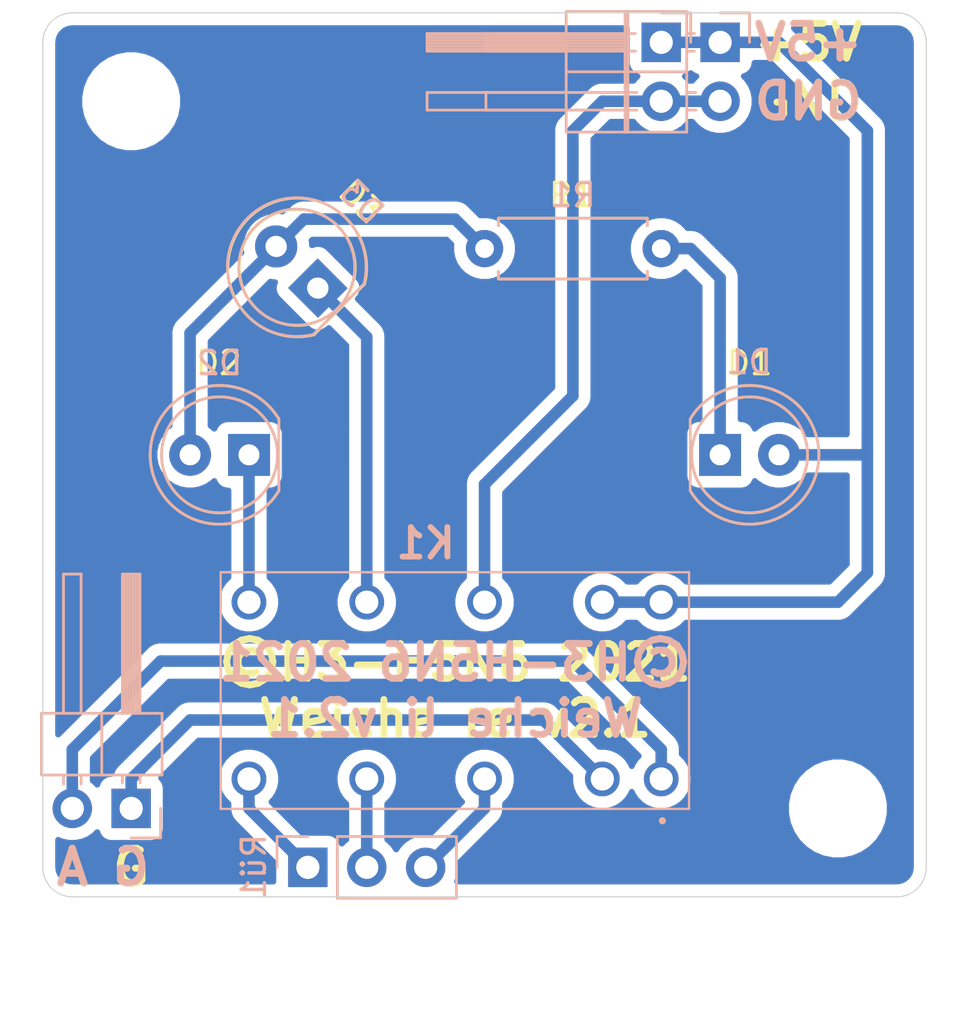
<source format=kicad_pcb>
(kicad_pcb (version 20211014) (generator pcbnew)
  (layers (0 "F.Cu" signal) (31 "B.Cu" signal) (34 "B.Paste" user) (35 "F.Paste" user) (36 "B.SilkS" user "B.Silkscreen") (37 "F.SilkS" user "F.Silkscreen") (38 "B.Mask" user) (39 "F.Mask" user) (44 "Edge.Cuts" user))
  (net 0 "")
  (net 1 "Net-(D1-Pad1)")
  (net 2 "Net-(D2-Pad1)")
  (net 3 "Net-(D3-Pad1)")
  (net 4 "Net-(J1-Pad2)")
  (net 5 "Net-(J1-Pad1)")
  (net 6 "+5V")
  (net 7 "GND")
  (net 8 "Net-(D2-Pad2)")
  (net 9 "Net-(K1-Pad4)")
  (net 10 "Net-(K1-Pad6)")
  (net 11 "Net-(K1-Pad8)")
  (footprint "LEDs:LED_D5.0mm" (layer "F.Cu") (at 146.05 107.95)
    (fp_text reference "D1" (at 1.27 -3.96) (layer "F.SilkS"))
    (fp_text value "LED")
    (fp_line (start -1.29 -1.545) (end -1.29 1.545) (layer "F.SilkS") (width 0.12))
    (fp_arc (start 4.26 -0.000462) (mid 2.072002 2.880433) (end -1.29 1.54483) (layer "F.SilkS") (width 0.12))
    (fp_arc (start -1.29 -1.54483) (mid 2.072002 -2.880433) (end 4.26 0.000462) (layer "F.SilkS") (width 0.12))
    (fp_circle (center 1.27 0) (end 3.77 0) (layer "F.SilkS") (width 0.12) (fill none))
    (pad "1" thru_hole rect locked (at 0 0) (size 1.8 1.8) (drill 0.9) (layers *.Cu *.Mask) (net 1 "Net-(D1-Pad1)"))
    (pad "2" thru_hole circle locked (at 2.54 0) (size 1.8 1.8) (drill 0.9) (layers *.Cu *.Mask) (net 6 "+5V"))
  )
  (footprint "LEDs:LED_D5.0mm" (layer "F.Cu") (at 128.71 100.77 135)
    (fp_text reference "D3" (at 1.335611 3.946365 135) (layer "F.SilkS"))
    (fp_text value "LED")
    (fp_line (start -1.29 -1.545) (end -1.29 1.545) (layer "F.SilkS") (width 0.12))
    (fp_arc (start 4.26 -0.000462) (mid 2.072001 2.880433) (end -1.29 1.54483) (layer "F.SilkS") (width 0.12))
    (fp_arc (start -1.29 -1.54483) (mid 2.072002 -2.880433) (end 4.26 0.000462) (layer "F.SilkS") (width 0.12))
    (fp_circle (center 1.27 0) (end 3.77 0) (layer "F.SilkS") (width 0.12) (fill none))
    (pad "1" thru_hole rect locked (at 0 0 135) (size 1.8 1.8) (drill 0.9) (layers *.Cu *.Mask) (net 3 "Net-(D3-Pad1)"))
    (pad "2" thru_hole circle locked (at 2.54 0 135) (size 1.8 1.8) (drill 0.9) (layers *.Cu *.Mask) (net 8 "Net-(D2-Pad2)"))
  )
  (footprint "Resistors_THT:R_Axial_DIN0207_L6.3mm_D2.5mm_P7.62mm_Horizontal" (layer "F.Cu") (at 143.51 99.06 180)
    (fp_text reference "R1" (at 3.85701 2.310831) (layer "F.SilkS"))
    (fp_text value "100")
    (fp_line (start 0.6 -0.98) (end 0.6 -1.31) (layer "F.SilkS") (width 0.12))
    (fp_line (start 7.02 -1.31) (end 7.02 -0.98) (layer "F.SilkS") (width 0.12))
    (fp_line (start 0.6 -1.31) (end 7.02 -1.31) (layer "F.SilkS") (width 0.12))
    (fp_line (start 0.6 1.31) (end 7.02 1.31) (layer "F.SilkS") (width 0.12))
    (fp_line (start 0.6 0.98) (end 0.6 1.31) (layer "F.SilkS") (width 0.12))
    (fp_line (start 7.02 1.31) (end 7.02 0.98) (layer "F.SilkS") (width 0.12))
    (pad "1" thru_hole circle locked (at 0 0 180) (size 1.6 1.6) (drill 0.8) (layers *.Cu *.Mask) (net 1 "Net-(D1-Pad1)"))
    (pad "2" thru_hole oval locked (at 7.62 0 180) (size 1.6 1.6) (drill 0.8) (layers *.Cu *.Mask) (net 8 "Net-(D2-Pad2)"))
  )
  (footprint "Mounting_Holes:MountingHole_3.2mm_M3" (layer "F.Cu") (at 151.13 123.19)
    (fp_text reference "H1" hide)
    (fp_text value "MountingHole")
    (pad "" np_thru_hole circle locked (at 0 0) (size 3.2 3.2) (drill 3.2) (layers *.Cu *.Mask) (thermal_gap 2))
  )
  (footprint "Mounting_Holes:MountingHole_3.2mm_M3" (layer "F.Cu") (at 120.65 92.71)
    (fp_text reference "H1" hide)
    (fp_text value "MountingHole")
    (pad "" np_thru_hole circle locked (at 0 0) (size 3.2 3.2) (drill 3.2) (layers *.Cu *.Mask) (thermal_gap 2))
  )
  (footprint "LEDs:LED_D5.0mm" (layer "F.Cu") (at 125.73 107.95 180)
    (fp_text reference "D2" (at 1.305257 3.96278) (layer "F.SilkS"))
    (fp_text value "LED")
    (fp_line (start -1.29 -1.545) (end -1.29 1.545) (layer "F.SilkS") (width 0.12))
    (fp_arc (start 4.26 -0.000462) (mid 2.072002 2.880433) (end -1.29 1.54483) (layer "F.SilkS") (width 0.12))
    (fp_arc (start -1.29 -1.54483) (mid 2.072002 -2.880433) (end 4.26 0.000462) (layer "F.SilkS") (width 0.12))
    (fp_circle (center 1.27 0) (end 3.77 0) (layer "F.SilkS") (width 0.12) (fill none))
    (pad "1" thru_hole rect locked (at 0 0 180) (size 1.8 1.8) (drill 0.9) (layers *.Cu *.Mask) (net 2 "Net-(D2-Pad1)"))
    (pad "2" thru_hole circle locked (at 2.54 0 180) (size 1.8 1.8) (drill 0.9) (layers *.Cu *.Mask) (net 8 "Net-(D2-Pad2)"))
  )
  (footprint "LEDs:LED_D5.0mm" (layer "B.Cu") (at 125.73 107.95 180)
    (fp_text reference "D2" (at 1.27 3.96) (layer "B.SilkS") (effects (justify mirror)))
    (fp_text value "LED")
    (fp_line (start -1.29 1.545) (end -1.29 -1.545) (layer "B.SilkS") (width 0.12))
    (fp_arc (start -1.29 -1.54483) (mid 2.072002 -2.880433) (end 4.26 0.000462) (layer "B.SilkS") (width 0.12))
    (fp_arc (start 4.26 -0.000462) (mid 2.072002 2.880433) (end -1.29 1.54483) (layer "B.SilkS") (width 0.12))
    (fp_circle (center 1.27 0) (end 3.77 0) (layer "B.SilkS") (width 0.12) (fill none))
    (pad "1" thru_hole rect locked (at 0 0 180) (size 1.8 1.8) (drill 0.9) (layers *.Cu *.Mask) (net 2 "Net-(D2-Pad1)"))
    (pad "2" thru_hole circle locked (at 2.54 0 180) (size 1.8 1.8) (drill 0.9) (layers *.Cu *.Mask) (net 8 "Net-(D2-Pad2)"))
  )
  (footprint "Pin_Headers:Pin_Header_Angled_1x02_Pitch2.54mm" (layer "B.Cu") (at 120.65 123.19 90)
    (fp_text reference "J1" hide)
    (fp_text value "Conn_01x02_Male")
    (fp_line (start 1.44 -1.27) (end 4.1 -1.27) (layer "B.SilkS") (width 0.12))
    (fp_line (start 10.1 -0.38) (end 4.1 -0.38) (layer "B.SilkS") (width 0.12))
    (fp_line (start -1.27 0) (end -1.27 1.27) (layer "B.SilkS") (width 0.12))
    (fp_line (start 4.1 -0.28) (end 10.1 -0.28) (layer "B.SilkS") (width 0.12))
    (fp_line (start 4.1 0.32) (end 10.1 0.32) (layer "B.SilkS") (width 0.12))
    (fp_line (start 1.11 -0.38) (end 1.44 -0.38) (layer "B.SilkS") (width 0.12))
    (fp_line (start 10.1 0.38) (end 10.1 -0.38) (layer "B.SilkS") (width 0.12))
    (fp_line (start 4.1 0.08) (end 10.1 0.08) (layer "B.SilkS") (width 0.12))
    (fp_line (start 1.44 1.33) (end 1.44 -3.87) (layer "B.SilkS") (width 0.12))
    (fp_line (start 4.1 -3.87) (end 4.1 1.33) (layer "B.SilkS") (width 0.12))
    (fp_line (start 1.042929 -2.16) (end 1.44 -2.16) (layer "B.SilkS") (width 0.12))
    (fp_line (start 4.1 0.38) (end 10.1 0.38) (layer "B.SilkS") (width 0.12))
    (fp_line (start 10.1 -2.16) (end 10.1 -2.92) (layer "B.SilkS") (width 0.12))
    (fp_line (start 4.1 -0.16) (end 10.1 -0.16) (layer "B.SilkS") (width 0.12))
    (fp_line (start 10.1 -2.92) (end 4.1 -2.92) (layer "B.SilkS") (width 0.12))
    (fp_line (start -1.27 1.27) (end 0 1.27) (layer "B.SilkS") (width 0.12))
    (fp_line (start 1.11 0.38) (end 1.44 0.38) (layer "B.SilkS") (width 0.12))
    (fp_line (start 1.042929 -2.92) (end 1.44 -2.92) (layer "B.SilkS") (width 0.12))
    (fp_line (start 4.1 -0.04) (end 10.1 -0.04) (layer "B.SilkS") (width 0.12))
    (fp_line (start 4.1 -2.16) (end 10.1 -2.16) (layer "B.SilkS") (width 0.12))
    (fp_line (start 1.44 -3.87) (end 4.1 -3.87) (layer "B.SilkS") (width 0.12))
    (fp_line (start 4.1 1.33) (end 1.44 1.33) (layer "B.SilkS") (width 0.12))
    (fp_line (start 4.1 0.2) (end 10.1 0.2) (layer "B.SilkS") (width 0.12))
    (pad "1" thru_hole rect locked (at 0 0 90) (size 1.7 1.7) (drill 1) (layers *.Cu *.Mask) (net 5 "Net-(J1-Pad1)"))
    (pad "2" thru_hole oval locked (at 0 -2.54 90) (size 1.7 1.7) (drill 1) (layers *.Cu *.Mask) (net 4 "Net-(J1-Pad2)"))
  )
  (footprint "Pin_Headers:Pin_Header_Angled_1x02_Pitch2.54mm" (layer "B.Cu") (at 146.05 90.17 180)
    (fp_text reference "J2" hide)
    (fp_text value "Power")
    (fp_line (start 1.44 -3.87) (end 4.1 -3.87) (layer "B.SilkS") (width 0.12))
    (fp_line (start 10.1 -2.92) (end 4.1 -2.92) (layer "B.SilkS") (width 0.12))
    (fp_line (start 10.1 -2.16) (end 10.1 -2.92) (layer "B.SilkS") (width 0.12))
    (fp_line (start 4.1 -2.16) (end 10.1 -2.16) (layer "B.SilkS") (width 0.12))
    (fp_line (start 1.44 1.33) (end 1.44 -3.87) (layer "B.SilkS") (width 0.12))
    (fp_line (start 4.1 0.08) (end 10.1 0.08) (layer "B.SilkS") (width 0.12))
    (fp_line (start 10.1 0.38) (end 10.1 -0.38) (layer "B.SilkS") (width 0.12))
    (fp_line (start 4.1 -0.16) (end 10.1 -0.16) (layer "B.SilkS") (width 0.12))
    (fp_line (start -1.27 1.27) (end 0 1.27) (layer "B.SilkS") (width 0.12))
    (fp_line (start 4.1 -0.04) (end 10.1 -0.04) (layer "B.SilkS") (width 0.12))
    (fp_line (start 4.1 0.38) (end 10.1 0.38) (layer "B.SilkS") (width 0.12))
    (fp_line (start 4.1 0.2) (end 10.1 0.2) (layer "B.SilkS") (width 0.12))
    (fp_line (start 1.042929 -2.92) (end 1.44 -2.92) (layer "B.SilkS") (width 0.12))
    (fp_line (start 1.11 0.38) (end 1.44 0.38) (layer "B.SilkS") (width 0.12))
    (fp_line (start 4.1 -0.28) (end 10.1 -0.28) (layer "B.SilkS") (width 0.12))
    (fp_line (start 4.1 1.33) (end 1.44 1.33) (layer "B.SilkS") (width 0.12))
    (fp_line (start 1.11 -0.38) (end 1.44 -0.38) (layer "B.SilkS") (width 0.12))
    (fp_line (start 4.1 0.32) (end 10.1 0.32) (layer "B.SilkS") (width 0.12))
    (fp_line (start -1.27 0) (end -1.27 1.27) (layer "B.SilkS") (width 0.12))
    (fp_line (start 1.44 -1.27) (end 4.1 -1.27) (layer "B.SilkS") (width 0.12))
    (fp_line (start 10.1 -0.38) (end 4.1 -0.38) (layer "B.SilkS") (width 0.12))
    (fp_line (start 1.042929 -2.16) (end 1.44 -2.16) (layer "B.SilkS") (width 0.12))
    (fp_line (start 4.1 -3.87) (end 4.1 1.33) (layer "B.SilkS") (width 0.12))
    (pad "1" thru_hole rect locked (at 0 0 180) (size 1.7 1.7) (drill 1) (layers *.Cu *.Mask) (net 6 "+5V"))
    (pad "2" thru_hole oval locked (at 0 -2.54 180) (size 1.7 1.7) (drill 1) (layers *.Cu *.Mask) (net 7 "GND"))
  )
  (footprint "Pin_Headers:Pin_Header_Angled_1x02_Pitch2.54mm" (layer "B.Cu") (at 143.51 90.17 180)
    (fp_text reference "J3" hide)
    (fp_text value "Conn_01x02_Male")
    (fp_line (start 10.1 -2.16) (end 10.1 -2.92) (layer "B.SilkS") (width 0.12))
    (fp_line (start 1.44 -1.27) (end 4.1 -1.27) (layer "B.SilkS") (width 0.12))
    (fp_line (start 4.1 1.33) (end 1.44 1.33) (layer "B.SilkS") (width 0.12))
    (fp_line (start 4.1 0.32) (end 10.1 0.32) (layer "B.SilkS") (width 0.12))
    (fp_line (start 10.1 -2.92) (end 4.1 -2.92) (layer "B.SilkS") (width 0.12))
    (fp_line (start 4.1 -0.16) (end 10.1 -0.16) (layer "B.SilkS") (width 0.12))
    (fp_line (start 1.11 -0.38) (end 1.44 -0.38) (layer "B.SilkS") (width 0.12))
    (fp_line (start 4.1 -0.04) (end 10.1 -0.04) (layer "B.SilkS") (width 0.12))
    (fp_line (start 4.1 -0.28) (end 10.1 -0.28) (layer "B.SilkS") (width 0.12))
    (fp_line (start 4.1 0.08) (end 10.1 0.08) (layer "B.SilkS") (width 0.12))
    (fp_line (start 4.1 -3.87) (end 4.1 1.33) (layer "B.SilkS") (width 0.12))
    (fp_line (start 4.1 0.38) (end 10.1 0.38) (layer "B.SilkS") (width 0.12))
    (fp_line (start 4.1 0.2) (end 10.1 0.2) (layer "B.SilkS") (width 0.12))
    (fp_line (start 10.1 -0.38) (end 4.1 -0.38) (layer "B.SilkS") (width 0.12))
    (fp_line (start 1.44 1.33) (end 1.44 -3.87) (layer "B.SilkS") (width 0.12))
    (fp_line (start 1.44 -3.87) (end 4.1 -3.87) (layer "B.SilkS") (width 0.12))
    (fp_line (start 4.1 -2.16) (end 10.1 -2.16) (layer "B.SilkS") (width 0.12))
    (fp_line (start -1.27 1.27) (end 0 1.27) (layer "B.SilkS") (width 0.12))
    (fp_line (start 1.042929 -2.92) (end 1.44 -2.92) (layer "B.SilkS") (width 0.12))
    (fp_line (start 1.042929 -2.16) (end 1.44 -2.16) (layer "B.SilkS") (width 0.12))
    (fp_line (start -1.27 0) (end -1.27 1.27) (layer "B.SilkS") (width 0.12))
    (fp_line (start 10.1 0.38) (end 10.1 -0.38) (layer "B.SilkS") (width 0.12))
    (fp_line (start 1.11 0.38) (end 1.44 0.38) (layer "B.SilkS") (width 0.12))
    (pad "1" thru_hole rect locked (at 0 0 180) (size 1.7 1.7) (drill 1) (layers *.Cu *.Mask) (net 6 "+5V"))
    (pad "2" thru_hole oval locked (at 0 -2.54 180) (size 1.7 1.7) (drill 1) (layers *.Cu *.Mask) (net 7 "GND"))
  )
  (footprint "Pin_Headers:Pin_Header_Straight_1x03_Pitch2.54mm" (layer "B.Cu") (at 128.27 125.73 -90)
    (fp_text reference "Rü1" (at 0 2.33 -90) (layer "B.SilkS") (effects (justify mirror)))
    (fp_text value "Conn_01x03_Male")
    (fp_line (start -1.33 -1.27) (end -1.33 -6.41) (layer "B.SilkS") (width 0.12))
    (fp_line (start -1.33 1.33) (end 0 1.33) (layer "B.SilkS") (width 0.12))
    (fp_line (start -1.33 0) (end -1.33 1.33) (layer "B.SilkS") (width 0.12))
    (fp_line (start -1.33 -6.41) (end 1.33 -6.41) (layer "B.SilkS") (width 0.12))
    (fp_line (start -1.33 -1.27) (end 1.33 -1.27) (layer "B.SilkS") (width 0.12))
    (fp_line (start 1.33 -1.27) (end 1.33 -6.41) (layer "B.SilkS") (width 0.12))
    (pad "1" thru_hole rect locked (at 0 0 270) (size 1.7 1.7) (drill 1) (layers *.Cu *.Mask) (net 11 "Net-(K1-Pad8)"))
    (pad "2" thru_hole oval locked (at 0 -2.54 270) (size 1.7 1.7) (drill 1) (layers *.Cu *.Mask) (net 10 "Net-(K1-Pad6)"))
    (pad "3" thru_hole oval locked (at 0 -5.08 270) (size 1.7 1.7) (drill 1) (layers *.Cu *.Mask) (net 9 "Net-(K1-Pad4)"))
  )
  (footprint "LEDs:LED_D5.0mm" (layer "B.Cu") (at 146.05 107.95)
    (fp_text reference "D1" (at 1.247532 -4.002187) (layer "B.SilkS") (effects (justify mirror)))
    (fp_text value "LED")
    (fp_line (start -1.29 1.545) (end -1.29 -1.545) (layer "B.SilkS") (width 0.12))
    (fp_arc (start 4.26 -0.000462) (mid 2.072002 2.880433) (end -1.29 1.54483) (layer "B.SilkS") (width 0.12))
    (fp_arc (start -1.29 -1.54483) (mid 2.072002 -2.880433) (end 4.26 0.000462) (layer "B.SilkS") (width 0.12))
    (fp_circle (center 1.27 0) (end 3.77 0) (layer "B.SilkS") (width 0.12) (fill none))
    (pad "1" thru_hole rect locked (at 0 0) (size 1.8 1.8) (drill 0.9) (layers *.Cu *.Mask) (net 1 "Net-(D1-Pad1)"))
    (pad "2" thru_hole circle locked (at 2.54 0) (size 1.8 1.8) (drill 0.9) (layers *.Cu *.Mask) (net 6 "+5V"))
  )
  (footprint "LEDs:LED_D5.0mm" (layer "B.Cu") (at 128.688157 100.756105 135)
    (fp_text reference "D3" (at 1.27 3.96 315) (layer "B.SilkS") (effects (justify mirror)))
    (fp_text value "LED")
    (fp_line (start -1.29 1.545) (end -1.29 -1.545) (layer "B.SilkS") (width 0.12))
    (fp_arc (start 4.26 -0.000462) (mid 2.072001 2.880433) (end -1.29 1.54483) (layer "B.SilkS") (width 0.12))
    (fp_arc (start -1.29 -1.54483) (mid 2.072002 -2.880433) (end 4.26 0.000462) (layer "B.SilkS") (width 0.12))
    (fp_circle (center 1.27 0) (end 3.77 0) (layer "B.SilkS") (width 0.12) (fill none))
    (pad "1" thru_hole rect locked (at 0 0 135) (size 1.8 1.8) (drill 0.9) (layers *.Cu *.Mask) (net 3 "Net-(D3-Pad1)"))
    (pad "2" thru_hole circle locked (at 2.54 0 135) (size 1.8 1.8) (drill 0.9) (layers *.Cu *.Mask) (net 8 "Net-(D2-Pad2)"))
  )
  (footprint "Resistors_THT:R_Axial_DIN0207_L6.3mm_D2.5mm_P7.62mm_Horizontal" (layer "B.Cu") (at 143.51 99.06 180)
    (fp_text reference "R1" (at 3.81 2.31) (layer "B.SilkS") (effects (justify mirror)))
    (fp_text value "100")
    (fp_line (start 0.6 1.31) (end 7.02 1.31) (layer "B.SilkS") (width 0.12))
    (fp_line (start 0.6 -0.98) (end 0.6 -1.31) (layer "B.SilkS") (width 0.12))
    (fp_line (start 7.02 -1.31) (end 7.02 -0.98) (layer "B.SilkS") (width 0.12))
    (fp_line (start 0.6 -1.31) (end 7.02 -1.31) (layer "B.SilkS") (width 0.12))
    (fp_line (start 0.6 0.98) (end 0.6 1.31) (layer "B.SilkS") (width 0.12))
    (fp_line (start 7.02 1.31) (end 7.02 0.98) (layer "B.SilkS") (width 0.12))
    (pad "1" thru_hole circle locked (at 0 0 180) (size 1.6 1.6) (drill 0.8) (layers *.Cu *.Mask) (net 1 "Net-(D1-Pad1)"))
    (pad "2" thru_hole oval locked (at 7.62 0 180) (size 1.6 1.6) (drill 0.8) (layers *.Cu *.Mask) (net 8 "Net-(D2-Pad2)"))
  )
  (footprint "HongFa:HFD2005SL2D" (layer "B.Cu") (at 143.51 121.92 180)
    (fp_text reference "K1" (at 10.16 10.16) (layer "B.SilkS") (effects (font (size 1.27 1.27) (thickness 0.254)) (justify mirror)))
    (fp_text value "HFD2_005-S-L2-D" hide)
    (fp_line (start -1.2 8.91) (end -1.2 -1.29) (layer "B.SilkS") (width 0.1))
    (fp_line (start 19 -1.29) (end 19 8.91) (layer "B.SilkS") (width 0.1))
    (fp_line (start -1.2 -1.29) (end 19 -1.29) (layer "B.SilkS") (width 0.1))
    (fp_line (start -0.1 -1.8) (end -0.1 -1.8) (layer "B.SilkS") (width 0.2))
    (fp_line (start -0.1 -1.8) (end -0.1 -1.8) (layer "B.SilkS") (width 0.2))
    (fp_line (start 0 -1.8) (end 0 -1.8) (layer "B.SilkS") (width 0.2))
    (fp_line (start 19 8.91) (end -1.2 8.91) (layer "B.SilkS") (width 0.1))
    (fp_arc (start -0.1 -1.8) (mid -0.05 -1.85) (end 0 -1.8) (layer "B.SilkS") (width 0.2))
    (fp_arc (start -0.1 -1.8) (mid -0.05 -1.85) (end 0 -1.8) (layer "B.SilkS") (width 0.2))
    (fp_arc (start 0 -1.8) (mid -0.05 -1.75) (end -0.1 -1.8) (layer "B.SilkS") (width 0.2))
    (pad "1" thru_hole circle locked (at 0 0 180) (size 1.5 1.5) (drill 1) (layers *.Cu *.Mask) (net 4 "Net-(J1-Pad2)"))
    (pad "2" thru_hole circle locked (at 2.54 0 180) (size 1.5 1.5) (drill 1) (layers *.Cu *.Mask) (net 5 "Net-(J1-Pad1)"))
    (pad "4" thru_hole circle locked (at 7.62 0 180) (size 1.5 1.5) (drill 1) (layers *.Cu *.Mask) (net 9 "Net-(K1-Pad4)"))
    (pad "6" thru_hole circle locked (at 12.7 0 180) (size 1.5 1.5) (drill 1) (layers *.Cu *.Mask) (net 10 "Net-(K1-Pad6)"))
    (pad "8" thru_hole circle locked (at 17.78 0 180) (size 1.5 1.5) (drill 1) (layers *.Cu *.Mask) (net 11 "Net-(K1-Pad8)"))
    (pad "9" thru_hole circle locked (at 17.78 7.62 180) (size 1.5 1.5) (drill 1) (layers *.Cu *.Mask) (net 2 "Net-(D2-Pad1)"))
    (pad "11" thru_hole circle locked (at 12.7 7.62 180) (size 1.5 1.5) (drill 1) (layers *.Cu *.Mask) (net 3 "Net-(D3-Pad1)"))
    (pad "13" thru_hole circle locked (at 7.62 7.62 180) (size 1.5 1.5) (drill 1) (layers *.Cu *.Mask) (net 7 "GND"))
    (pad "15" thru_hole circle locked (at 2.54 7.62 180) (size 1.5 1.5) (drill 1) (layers *.Cu *.Mask) (net 6 "+5V"))
    (pad "16" thru_hole circle locked (at 0 7.62 180) (size 1.5 1.5) (drill 1) (layers *.Cu *.Mask) (net 6 "+5V"))
  )
  (gr_line (start 116.84 125.73) (end 116.84 90.17) (layer "Edge.Cuts") (width 0.05))
  (gr_arc (start 118.11 127) (mid 117.211974 126.628026) (end 116.84 125.73) (layer "Edge.Cuts") (width 0.05))
  (gr_line (start 118.11 88.9) (end 153.67 88.9) (layer "Edge.Cuts") (width 0.05))
  (gr_arc (start 154.94 125.73) (mid 154.568026 126.628026) (end 153.67 127) (layer "Edge.Cuts") (width 0.05))
  (gr_arc (start 116.84 90.17) (mid 117.211974 89.271974) (end 118.11 88.9) (layer "Edge.Cuts") (width 0.05))
  (gr_line (start 154.94 90.17) (end 154.94 125.73) (layer "Edge.Cuts") (width 0.05))
  (gr_arc (start 153.67 88.9) (mid 154.568026 89.271974) (end 154.94 90.17) (layer "Edge.Cuts") (width 0.05))
  (gr_line (start 153.67 127) (end 118.11 127) (layer "Edge.Cuts") (width 0.05))
  (gr_text "©H3-H5N6 2021\nWeiche li v2.1\n" (at 134.62 118.11) (layer "B.SilkS") (effects (font (size 1.5 1.5) (thickness 0.3)) (justify mirror)))
  (gr_text "+5V" (at 149.86 90.17) (layer "B.SilkS") (effects (font (size 1.5 1.5) (thickness 0.3)) (justify mirror)))
  (gr_text "A" (at 118.11 125.73) (layer "B.SilkS") (effects (font (size 1.5 1.5) (thickness 0.3)) (justify mirror)))
  (gr_text "G" (at 120.65 125.73) (layer "B.SilkS") (effects (font (size 1.5 1.5) (thickness 0.3)) (justify mirror)))
  (gr_text "GND" (at 149.86 92.71) (layer "B.SilkS") (effects (font (size 1.5 1.5) (thickness 0.3)) (justify mirror)))
  (gr_text "+5V" (at 149.86 90.17) (layer "F.SilkS") (effects (font (size 1.5 1.5) (thickness 0.3))))
  (gr_text "GND" (at 149.86 92.71) (layer "F.SilkS") (effects (font (size 1.5 1.5) (thickness 0.3))))
  (gr_text "G" (at 120.65 125.73) (layer "F.SilkS") (effects (font (size 1.5 1.5) (thickness 0.3))))
  (gr_text "A" (at 118.11 125.73) (layer "F.SilkS") (effects (font (size 1.5 1.5) (thickness 0.3))))
  (gr_text "©H3-H5N6 2021\nWeiche re v2.1\n" (at 134.62 118.11) (layer "F.SilkS") (effects (font (size 1.5 1.5) (thickness 0.3))))
  (segment (start 146.05 107.95) (end 146.05 100.33) (width 0.5) (layer "B.Cu") (net 1))
  (segment (start 144.78 99.06) (end 143.51 99.06) (width 0.5) (layer "B.Cu") (net 1))
  (segment (start 146.05 100.33) (end 144.78 99.06) (width 0.5) (layer "B.Cu") (net 1))
  (segment (start 125.73 107.95) (end 125.73 114.3) (width 0.5) (layer "B.Cu") (net 2))
  (segment (start 130.81 102.87) (end 130.81 114.3) (width 0.5) (layer "B.Cu") (net 3))
  (segment (start 128.71 100.77) (end 130.81 102.87) (width 0.5) (layer "B.Cu") (net 3))
  (segment (start 139.7 116.84) (end 143.51 120.65) (width 0.5) (layer "B.Cu") (net 4))
  (segment (start 121.92 116.84) (end 139.7 116.84) (width 0.5) (layer "B.Cu") (net 4))
  (segment (start 118.11 123.19) (end 118.11 120.65) (width 0.5) (layer "B.Cu") (net 4))
  (segment (start 118.11 120.65) (end 121.92 116.84) (width 0.5) (layer "B.Cu") (net 4))
  (segment (start 143.51 120.65) (end 143.51 121.92) (width 0.5) (layer "B.Cu") (net 4))
  (segment (start 120.65 121.92) (end 123.19 119.38) (width 0.5) (layer "B.Cu") (net 5))
  (segment (start 139.7 120.65) (end 140.97 121.92) (width 0.5) (layer "B.Cu") (net 5))
  (segment (start 120.65 123.19) (end 120.65 121.92) (width 0.5) (layer "B.Cu") (net 5))
  (segment (start 138.43 119.38) (end 139.7 120.65) (width 0.5) (layer "B.Cu") (net 5))
  (segment (start 123.19 119.38) (end 138.43 119.38) (width 0.5) (layer "B.Cu") (net 5))
  (segment (start 143.51 114.3) (end 151.13 114.3) (width 0.5) (layer "B.Cu") (net 6))
  (segment (start 148.59 107.95) (end 152.4 107.95) (width 0.5) (layer "B.Cu") (net 6))
  (segment (start 152.4 107.95) (end 152.4 113.03) (width 0.5) (layer "B.Cu") (net 6))
  (segment (start 143.51 90.17) (end 146.05 90.17) (width 0.5) (layer "B.Cu") (net 6))
  (segment (start 146.05 90.17) (end 148.59 90.17) (width 0.5) (layer "B.Cu") (net 6))
  (segment (start 151.13 114.3) (end 152.4 113.03) (width 0.5) (layer "B.Cu") (net 6))
  (segment (start 148.59 90.17) (end 152.4 93.98) (width 0.5) (layer "B.Cu") (net 6))
  (segment (start 152.4 93.98) (end 152.4 107.95) (width 0.5) (layer "B.Cu") (net 6))
  (segment (start 140.97 114.3) (end 143.51 114.3) (width 0.5) (layer "B.Cu") (net 6))
  (segment (start 139.7 105.41) (end 135.89 109.22) (width 0.5) (layer "B.Cu") (net 7))
  (segment (start 143.51 92.71) (end 146.05 92.71) (width 0.5) (layer "B.Cu") (net 7))
  (segment (start 140.97 92.71) (end 139.7 93.98) (width 0.5) (layer "B.Cu") (net 7))
  (segment (start 143.51 92.71) (end 140.97 92.71) (width 0.5) (layer "B.Cu") (net 7))
  (segment (start 135.89 109.22) (end 135.89 114.3) (width 0.5) (layer "B.Cu") (net 7))
  (segment (start 139.7 93.98) (end 139.7 105.41) (width 0.5) (layer "B.Cu") (net 7))
  (segment (start 123.19 107.95) (end 123.19 102.697898) (width 0.5) (layer "B.Cu") (net 8))
  (segment (start 126.913949 98.973949) (end 125.73 100.157898) (width 0.5) (layer "B.Cu") (net 8))
  (segment (start 134.62 97.79) (end 135.89 99.06) (width 0.5) (layer "B.Cu") (net 8))
  (segment (start 126.913949 98.973949) (end 128.097898 97.79) (width 0.5) (layer "B.Cu") (net 8))
  (segment (start 123.19 102.697898) (end 125.73 100.157898) (width 0.5) (layer "B.Cu") (net 8))
  (segment (start 128.097898 97.79) (end 134.62 97.79) (width 0.5) (layer "B.Cu") (net 8))
  (segment (start 135.89 123.19) (end 133.35 125.73) (width 0.5) (layer "B.Cu") (net 9))
  (segment (start 135.89 121.92) (end 135.89 123.19) (width 0.5) (layer "B.Cu") (net 9))
  (segment (start 130.81 121.92) (end 130.81 125.73) (width 0.5) (layer "B.Cu") (net 10))
  (segment (start 125.73 123.19) (end 128.27 125.73) (width 0.5) (layer "B.Cu") (net 11))
  (segment (start 125.73 121.92) (end 125.73 123.19) (width 0.5) (layer "B.Cu") (net 11))
  (zone (net 0) (net_name "") (layer "B.Cu") (connect_pads (clearance 0.508)) (min_thickness 0.254) (fill yes (thermal_gap 0.508) (thermal_bridge_width 0.508))
    (polygon (pts (xy 154.94 127) (xy 116.84 127) (xy 116.84 88.9) (xy 154.94 88.9)))
  )
)
</source>
